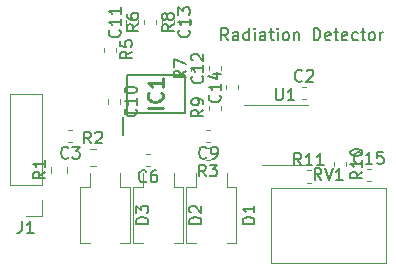
<source format=gbr>
G04 #@! TF.GenerationSoftware,KiCad,Pcbnew,5.1.5+dfsg1-2build2*
G04 #@! TF.CreationDate,2021-10-19T23:33:07+01:00*
G04 #@! TF.ProjectId,radiation_sensor,72616469-6174-4696-9f6e-5f73656e736f,rev?*
G04 #@! TF.SameCoordinates,Original*
G04 #@! TF.FileFunction,Legend,Top*
G04 #@! TF.FilePolarity,Positive*
%FSLAX46Y46*%
G04 Gerber Fmt 4.6, Leading zero omitted, Abs format (unit mm)*
G04 Created by KiCad (PCBNEW 5.1.5+dfsg1-2build2) date 2021-10-19 23:33:07*
%MOMM*%
%LPD*%
G04 APERTURE LIST*
%ADD10C,0.200000*%
%ADD11C,0.120000*%
%ADD12C,0.150000*%
%ADD13C,0.254000*%
G04 APERTURE END LIST*
D10*
X140035714Y-59202380D02*
X139702380Y-58726190D01*
X139464285Y-59202380D02*
X139464285Y-58202380D01*
X139845238Y-58202380D01*
X139940476Y-58250000D01*
X139988095Y-58297619D01*
X140035714Y-58392857D01*
X140035714Y-58535714D01*
X139988095Y-58630952D01*
X139940476Y-58678571D01*
X139845238Y-58726190D01*
X139464285Y-58726190D01*
X140892857Y-59202380D02*
X140892857Y-58678571D01*
X140845238Y-58583333D01*
X140750000Y-58535714D01*
X140559523Y-58535714D01*
X140464285Y-58583333D01*
X140892857Y-59154761D02*
X140797619Y-59202380D01*
X140559523Y-59202380D01*
X140464285Y-59154761D01*
X140416666Y-59059523D01*
X140416666Y-58964285D01*
X140464285Y-58869047D01*
X140559523Y-58821428D01*
X140797619Y-58821428D01*
X140892857Y-58773809D01*
X141797619Y-59202380D02*
X141797619Y-58202380D01*
X141797619Y-59154761D02*
X141702380Y-59202380D01*
X141511904Y-59202380D01*
X141416666Y-59154761D01*
X141369047Y-59107142D01*
X141321428Y-59011904D01*
X141321428Y-58726190D01*
X141369047Y-58630952D01*
X141416666Y-58583333D01*
X141511904Y-58535714D01*
X141702380Y-58535714D01*
X141797619Y-58583333D01*
X142273809Y-59202380D02*
X142273809Y-58535714D01*
X142273809Y-58202380D02*
X142226190Y-58250000D01*
X142273809Y-58297619D01*
X142321428Y-58250000D01*
X142273809Y-58202380D01*
X142273809Y-58297619D01*
X143178571Y-59202380D02*
X143178571Y-58678571D01*
X143130952Y-58583333D01*
X143035714Y-58535714D01*
X142845238Y-58535714D01*
X142750000Y-58583333D01*
X143178571Y-59154761D02*
X143083333Y-59202380D01*
X142845238Y-59202380D01*
X142750000Y-59154761D01*
X142702380Y-59059523D01*
X142702380Y-58964285D01*
X142750000Y-58869047D01*
X142845238Y-58821428D01*
X143083333Y-58821428D01*
X143178571Y-58773809D01*
X143511904Y-58535714D02*
X143892857Y-58535714D01*
X143654761Y-58202380D02*
X143654761Y-59059523D01*
X143702380Y-59154761D01*
X143797619Y-59202380D01*
X143892857Y-59202380D01*
X144226190Y-59202380D02*
X144226190Y-58535714D01*
X144226190Y-58202380D02*
X144178571Y-58250000D01*
X144226190Y-58297619D01*
X144273809Y-58250000D01*
X144226190Y-58202380D01*
X144226190Y-58297619D01*
X144845238Y-59202380D02*
X144750000Y-59154761D01*
X144702380Y-59107142D01*
X144654761Y-59011904D01*
X144654761Y-58726190D01*
X144702380Y-58630952D01*
X144750000Y-58583333D01*
X144845238Y-58535714D01*
X144988095Y-58535714D01*
X145083333Y-58583333D01*
X145130952Y-58630952D01*
X145178571Y-58726190D01*
X145178571Y-59011904D01*
X145130952Y-59107142D01*
X145083333Y-59154761D01*
X144988095Y-59202380D01*
X144845238Y-59202380D01*
X145607142Y-58535714D02*
X145607142Y-59202380D01*
X145607142Y-58630952D02*
X145654761Y-58583333D01*
X145750000Y-58535714D01*
X145892857Y-58535714D01*
X145988095Y-58583333D01*
X146035714Y-58678571D01*
X146035714Y-59202380D01*
X147273809Y-59202380D02*
X147273809Y-58202380D01*
X147511904Y-58202380D01*
X147654761Y-58250000D01*
X147750000Y-58345238D01*
X147797619Y-58440476D01*
X147845238Y-58630952D01*
X147845238Y-58773809D01*
X147797619Y-58964285D01*
X147750000Y-59059523D01*
X147654761Y-59154761D01*
X147511904Y-59202380D01*
X147273809Y-59202380D01*
X148654761Y-59154761D02*
X148559523Y-59202380D01*
X148369047Y-59202380D01*
X148273809Y-59154761D01*
X148226190Y-59059523D01*
X148226190Y-58678571D01*
X148273809Y-58583333D01*
X148369047Y-58535714D01*
X148559523Y-58535714D01*
X148654761Y-58583333D01*
X148702380Y-58678571D01*
X148702380Y-58773809D01*
X148226190Y-58869047D01*
X148988095Y-58535714D02*
X149369047Y-58535714D01*
X149130952Y-58202380D02*
X149130952Y-59059523D01*
X149178571Y-59154761D01*
X149273809Y-59202380D01*
X149369047Y-59202380D01*
X150083333Y-59154761D02*
X149988095Y-59202380D01*
X149797619Y-59202380D01*
X149702380Y-59154761D01*
X149654761Y-59059523D01*
X149654761Y-58678571D01*
X149702380Y-58583333D01*
X149797619Y-58535714D01*
X149988095Y-58535714D01*
X150083333Y-58583333D01*
X150130952Y-58678571D01*
X150130952Y-58773809D01*
X149654761Y-58869047D01*
X150988095Y-59154761D02*
X150892857Y-59202380D01*
X150702380Y-59202380D01*
X150607142Y-59154761D01*
X150559523Y-59107142D01*
X150511904Y-59011904D01*
X150511904Y-58726190D01*
X150559523Y-58630952D01*
X150607142Y-58583333D01*
X150702380Y-58535714D01*
X150892857Y-58535714D01*
X150988095Y-58583333D01*
X151273809Y-58535714D02*
X151654761Y-58535714D01*
X151416666Y-58202380D02*
X151416666Y-59059523D01*
X151464285Y-59154761D01*
X151559523Y-59202380D01*
X151654761Y-59202380D01*
X152130952Y-59202380D02*
X152035714Y-59154761D01*
X151988095Y-59107142D01*
X151940476Y-59011904D01*
X151940476Y-58726190D01*
X151988095Y-58630952D01*
X152035714Y-58583333D01*
X152130952Y-58535714D01*
X152273809Y-58535714D01*
X152369047Y-58583333D01*
X152416666Y-58630952D01*
X152464285Y-58726190D01*
X152464285Y-59011904D01*
X152416666Y-59107142D01*
X152369047Y-59154761D01*
X152273809Y-59202380D01*
X152130952Y-59202380D01*
X152892857Y-59202380D02*
X152892857Y-58535714D01*
X152892857Y-58726190D02*
X152940476Y-58630952D01*
X152988095Y-58583333D01*
X153083333Y-58535714D01*
X153178571Y-58535714D01*
D11*
X129890000Y-64228733D02*
X129890000Y-64571267D01*
X130910000Y-64228733D02*
X130910000Y-64571267D01*
X138462779Y-68340000D02*
X138137221Y-68340000D01*
X138462779Y-69360000D02*
X138137221Y-69360000D01*
X144825000Y-64675000D02*
X141375000Y-64675000D01*
X144825000Y-64675000D02*
X146775000Y-64675000D01*
X144825000Y-69795000D02*
X142875000Y-69795000D01*
X144825000Y-69795000D02*
X146775000Y-69795000D01*
X153395000Y-71720000D02*
X153395000Y-78060000D01*
X143625000Y-71720000D02*
X143625000Y-78060000D01*
X143625000Y-78060000D02*
X153395000Y-78060000D01*
X143625000Y-71720000D02*
X153395000Y-71720000D01*
X146678733Y-71260000D02*
X147021267Y-71260000D01*
X146678733Y-70240000D02*
X147021267Y-70240000D01*
X148990000Y-69528733D02*
X148990000Y-69871267D01*
X150010000Y-69528733D02*
X150010000Y-69871267D01*
X139410000Y-65096267D02*
X139410000Y-64753733D01*
X138390000Y-65096267D02*
X138390000Y-64753733D01*
X136910000Y-57871267D02*
X136910000Y-57528733D01*
X135890000Y-57871267D02*
X135890000Y-57528733D01*
X137910000Y-61796267D02*
X137910000Y-61453733D01*
X136890000Y-61796267D02*
X136890000Y-61453733D01*
X133910000Y-57846267D02*
X133910000Y-57503733D01*
X132890000Y-57846267D02*
X132890000Y-57503733D01*
X129490000Y-59828733D02*
X129490000Y-60171267D01*
X130510000Y-59828733D02*
X130510000Y-60171267D01*
X128313748Y-69860000D02*
X128836252Y-69860000D01*
X128313748Y-68440000D02*
X128836252Y-68440000D01*
X126410000Y-70436252D02*
X126410000Y-69913748D01*
X124990000Y-70436252D02*
X124990000Y-69913748D01*
X124230000Y-74080000D02*
X122900000Y-74080000D01*
X124230000Y-72750000D02*
X124230000Y-74080000D01*
X124230000Y-71480000D02*
X121570000Y-71480000D01*
X121570000Y-71480000D02*
X121570000Y-63800000D01*
X124230000Y-71480000D02*
X124230000Y-63800000D01*
X124230000Y-63800000D02*
X121570000Y-63800000D01*
D10*
X131112000Y-67213000D02*
X131112000Y-65688000D01*
X136347000Y-65338000D02*
X131457000Y-65338000D01*
X136347000Y-62138000D02*
X136347000Y-65338000D01*
X131457000Y-62138000D02*
X136347000Y-62138000D01*
X131457000Y-65338000D02*
X131457000Y-62138000D01*
D11*
X130910000Y-71640000D02*
X130910000Y-70460000D01*
X131710000Y-71640000D02*
X130910000Y-71640000D01*
X131710000Y-76360000D02*
X131710000Y-71640000D01*
X130910000Y-76360000D02*
X131710000Y-76360000D01*
X127490000Y-76360000D02*
X128290000Y-76360000D01*
X127490000Y-71640000D02*
X127490000Y-76360000D01*
X128290000Y-71640000D02*
X127490000Y-71640000D01*
X128290000Y-70410000D02*
X128290000Y-71640000D01*
X135410000Y-71640000D02*
X135410000Y-70460000D01*
X136210000Y-71640000D02*
X135410000Y-71640000D01*
X136210000Y-76360000D02*
X136210000Y-71640000D01*
X135410000Y-76360000D02*
X136210000Y-76360000D01*
X131990000Y-76360000D02*
X132790000Y-76360000D01*
X131990000Y-71640000D02*
X131990000Y-76360000D01*
X132790000Y-71640000D02*
X131990000Y-71640000D01*
X132790000Y-70410000D02*
X132790000Y-71640000D01*
X139910000Y-71640000D02*
X139910000Y-70460000D01*
X140710000Y-71640000D02*
X139910000Y-71640000D01*
X140710000Y-76360000D02*
X140710000Y-71640000D01*
X139910000Y-76360000D02*
X140710000Y-76360000D01*
X136490000Y-76360000D02*
X137290000Y-76360000D01*
X136490000Y-71640000D02*
X136490000Y-76360000D01*
X137290000Y-71640000D02*
X136490000Y-71640000D01*
X137290000Y-70410000D02*
X137290000Y-71640000D01*
X151753733Y-71160000D02*
X152096267Y-71160000D01*
X151753733Y-70140000D02*
X152096267Y-70140000D01*
X140885000Y-63371267D02*
X140885000Y-63028733D01*
X139865000Y-63371267D02*
X139865000Y-63028733D01*
X134390000Y-57528733D02*
X134390000Y-57871267D01*
X135410000Y-57528733D02*
X135410000Y-57871267D01*
X139410000Y-61771267D02*
X139410000Y-61428733D01*
X138390000Y-61771267D02*
X138390000Y-61428733D01*
X132410000Y-57871267D02*
X132410000Y-57528733D01*
X131390000Y-57871267D02*
X131390000Y-57528733D01*
X138521267Y-66840000D02*
X138178733Y-66840000D01*
X138521267Y-67860000D02*
X138178733Y-67860000D01*
X133421267Y-68840000D02*
X133078733Y-68840000D01*
X133421267Y-69860000D02*
X133078733Y-69860000D01*
X126846267Y-66840000D02*
X126503733Y-66840000D01*
X126846267Y-67860000D02*
X126503733Y-67860000D01*
X146278733Y-64210000D02*
X146621267Y-64210000D01*
X146278733Y-63190000D02*
X146621267Y-63190000D01*
D12*
X132187142Y-65042857D02*
X132234761Y-65090476D01*
X132282380Y-65233333D01*
X132282380Y-65328571D01*
X132234761Y-65471428D01*
X132139523Y-65566666D01*
X132044285Y-65614285D01*
X131853809Y-65661904D01*
X131710952Y-65661904D01*
X131520476Y-65614285D01*
X131425238Y-65566666D01*
X131330000Y-65471428D01*
X131282380Y-65328571D01*
X131282380Y-65233333D01*
X131330000Y-65090476D01*
X131377619Y-65042857D01*
X132282380Y-64090476D02*
X132282380Y-64661904D01*
X132282380Y-64376190D02*
X131282380Y-64376190D01*
X131425238Y-64471428D01*
X131520476Y-64566666D01*
X131568095Y-64661904D01*
X131282380Y-63471428D02*
X131282380Y-63376190D01*
X131330000Y-63280952D01*
X131377619Y-63233333D01*
X131472857Y-63185714D01*
X131663333Y-63138095D01*
X131901428Y-63138095D01*
X132091904Y-63185714D01*
X132187142Y-63233333D01*
X132234761Y-63280952D01*
X132282380Y-63376190D01*
X132282380Y-63471428D01*
X132234761Y-63566666D01*
X132187142Y-63614285D01*
X132091904Y-63661904D01*
X131901428Y-63709523D01*
X131663333Y-63709523D01*
X131472857Y-63661904D01*
X131377619Y-63614285D01*
X131330000Y-63566666D01*
X131282380Y-63471428D01*
X138133333Y-70732380D02*
X137800000Y-70256190D01*
X137561904Y-70732380D02*
X137561904Y-69732380D01*
X137942857Y-69732380D01*
X138038095Y-69780000D01*
X138085714Y-69827619D01*
X138133333Y-69922857D01*
X138133333Y-70065714D01*
X138085714Y-70160952D01*
X138038095Y-70208571D01*
X137942857Y-70256190D01*
X137561904Y-70256190D01*
X138466666Y-69732380D02*
X139085714Y-69732380D01*
X138752380Y-70113333D01*
X138895238Y-70113333D01*
X138990476Y-70160952D01*
X139038095Y-70208571D01*
X139085714Y-70303809D01*
X139085714Y-70541904D01*
X139038095Y-70637142D01*
X138990476Y-70684761D01*
X138895238Y-70732380D01*
X138609523Y-70732380D01*
X138514285Y-70684761D01*
X138466666Y-70637142D01*
X144063095Y-63287380D02*
X144063095Y-64096904D01*
X144110714Y-64192142D01*
X144158333Y-64239761D01*
X144253571Y-64287380D01*
X144444047Y-64287380D01*
X144539285Y-64239761D01*
X144586904Y-64192142D01*
X144634523Y-64096904D01*
X144634523Y-63287380D01*
X145634523Y-64287380D02*
X145063095Y-64287380D01*
X145348809Y-64287380D02*
X145348809Y-63287380D01*
X145253571Y-63430238D01*
X145158333Y-63525476D01*
X145063095Y-63573095D01*
X147914761Y-71042380D02*
X147581428Y-70566190D01*
X147343333Y-71042380D02*
X147343333Y-70042380D01*
X147724285Y-70042380D01*
X147819523Y-70090000D01*
X147867142Y-70137619D01*
X147914761Y-70232857D01*
X147914761Y-70375714D01*
X147867142Y-70470952D01*
X147819523Y-70518571D01*
X147724285Y-70566190D01*
X147343333Y-70566190D01*
X148200476Y-70042380D02*
X148533809Y-71042380D01*
X148867142Y-70042380D01*
X149724285Y-71042380D02*
X149152857Y-71042380D01*
X149438571Y-71042380D02*
X149438571Y-70042380D01*
X149343333Y-70185238D01*
X149248095Y-70280476D01*
X149152857Y-70328095D01*
X146207142Y-69772380D02*
X145873809Y-69296190D01*
X145635714Y-69772380D02*
X145635714Y-68772380D01*
X146016666Y-68772380D01*
X146111904Y-68820000D01*
X146159523Y-68867619D01*
X146207142Y-68962857D01*
X146207142Y-69105714D01*
X146159523Y-69200952D01*
X146111904Y-69248571D01*
X146016666Y-69296190D01*
X145635714Y-69296190D01*
X147159523Y-69772380D02*
X146588095Y-69772380D01*
X146873809Y-69772380D02*
X146873809Y-68772380D01*
X146778571Y-68915238D01*
X146683333Y-69010476D01*
X146588095Y-69058095D01*
X148111904Y-69772380D02*
X147540476Y-69772380D01*
X147826190Y-69772380D02*
X147826190Y-68772380D01*
X147730952Y-68915238D01*
X147635714Y-69010476D01*
X147540476Y-69058095D01*
X151382380Y-70342857D02*
X150906190Y-70676190D01*
X151382380Y-70914285D02*
X150382380Y-70914285D01*
X150382380Y-70533333D01*
X150430000Y-70438095D01*
X150477619Y-70390476D01*
X150572857Y-70342857D01*
X150715714Y-70342857D01*
X150810952Y-70390476D01*
X150858571Y-70438095D01*
X150906190Y-70533333D01*
X150906190Y-70914285D01*
X151382380Y-69390476D02*
X151382380Y-69961904D01*
X151382380Y-69676190D02*
X150382380Y-69676190D01*
X150525238Y-69771428D01*
X150620476Y-69866666D01*
X150668095Y-69961904D01*
X150382380Y-68771428D02*
X150382380Y-68676190D01*
X150430000Y-68580952D01*
X150477619Y-68533333D01*
X150572857Y-68485714D01*
X150763333Y-68438095D01*
X151001428Y-68438095D01*
X151191904Y-68485714D01*
X151287142Y-68533333D01*
X151334761Y-68580952D01*
X151382380Y-68676190D01*
X151382380Y-68771428D01*
X151334761Y-68866666D01*
X151287142Y-68914285D01*
X151191904Y-68961904D01*
X151001428Y-69009523D01*
X150763333Y-69009523D01*
X150572857Y-68961904D01*
X150477619Y-68914285D01*
X150430000Y-68866666D01*
X150382380Y-68771428D01*
X137922380Y-65091666D02*
X137446190Y-65425000D01*
X137922380Y-65663095D02*
X136922380Y-65663095D01*
X136922380Y-65282142D01*
X136970000Y-65186904D01*
X137017619Y-65139285D01*
X137112857Y-65091666D01*
X137255714Y-65091666D01*
X137350952Y-65139285D01*
X137398571Y-65186904D01*
X137446190Y-65282142D01*
X137446190Y-65663095D01*
X137922380Y-64615476D02*
X137922380Y-64425000D01*
X137874761Y-64329761D01*
X137827142Y-64282142D01*
X137684285Y-64186904D01*
X137493809Y-64139285D01*
X137112857Y-64139285D01*
X137017619Y-64186904D01*
X136970000Y-64234523D01*
X136922380Y-64329761D01*
X136922380Y-64520238D01*
X136970000Y-64615476D01*
X137017619Y-64663095D01*
X137112857Y-64710714D01*
X137350952Y-64710714D01*
X137446190Y-64663095D01*
X137493809Y-64615476D01*
X137541428Y-64520238D01*
X137541428Y-64329761D01*
X137493809Y-64234523D01*
X137446190Y-64186904D01*
X137350952Y-64139285D01*
X135422380Y-57866666D02*
X134946190Y-58200000D01*
X135422380Y-58438095D02*
X134422380Y-58438095D01*
X134422380Y-58057142D01*
X134470000Y-57961904D01*
X134517619Y-57914285D01*
X134612857Y-57866666D01*
X134755714Y-57866666D01*
X134850952Y-57914285D01*
X134898571Y-57961904D01*
X134946190Y-58057142D01*
X134946190Y-58438095D01*
X134850952Y-57295238D02*
X134803333Y-57390476D01*
X134755714Y-57438095D01*
X134660476Y-57485714D01*
X134612857Y-57485714D01*
X134517619Y-57438095D01*
X134470000Y-57390476D01*
X134422380Y-57295238D01*
X134422380Y-57104761D01*
X134470000Y-57009523D01*
X134517619Y-56961904D01*
X134612857Y-56914285D01*
X134660476Y-56914285D01*
X134755714Y-56961904D01*
X134803333Y-57009523D01*
X134850952Y-57104761D01*
X134850952Y-57295238D01*
X134898571Y-57390476D01*
X134946190Y-57438095D01*
X135041428Y-57485714D01*
X135231904Y-57485714D01*
X135327142Y-57438095D01*
X135374761Y-57390476D01*
X135422380Y-57295238D01*
X135422380Y-57104761D01*
X135374761Y-57009523D01*
X135327142Y-56961904D01*
X135231904Y-56914285D01*
X135041428Y-56914285D01*
X134946190Y-56961904D01*
X134898571Y-57009523D01*
X134850952Y-57104761D01*
X136422380Y-61791666D02*
X135946190Y-62125000D01*
X136422380Y-62363095D02*
X135422380Y-62363095D01*
X135422380Y-61982142D01*
X135470000Y-61886904D01*
X135517619Y-61839285D01*
X135612857Y-61791666D01*
X135755714Y-61791666D01*
X135850952Y-61839285D01*
X135898571Y-61886904D01*
X135946190Y-61982142D01*
X135946190Y-62363095D01*
X135422380Y-61458333D02*
X135422380Y-60791666D01*
X136422380Y-61220238D01*
X132422380Y-57841666D02*
X131946190Y-58175000D01*
X132422380Y-58413095D02*
X131422380Y-58413095D01*
X131422380Y-58032142D01*
X131470000Y-57936904D01*
X131517619Y-57889285D01*
X131612857Y-57841666D01*
X131755714Y-57841666D01*
X131850952Y-57889285D01*
X131898571Y-57936904D01*
X131946190Y-58032142D01*
X131946190Y-58413095D01*
X131422380Y-56984523D02*
X131422380Y-57175000D01*
X131470000Y-57270238D01*
X131517619Y-57317857D01*
X131660476Y-57413095D01*
X131850952Y-57460714D01*
X132231904Y-57460714D01*
X132327142Y-57413095D01*
X132374761Y-57365476D01*
X132422380Y-57270238D01*
X132422380Y-57079761D01*
X132374761Y-56984523D01*
X132327142Y-56936904D01*
X132231904Y-56889285D01*
X131993809Y-56889285D01*
X131898571Y-56936904D01*
X131850952Y-56984523D01*
X131803333Y-57079761D01*
X131803333Y-57270238D01*
X131850952Y-57365476D01*
X131898571Y-57413095D01*
X131993809Y-57460714D01*
X131882380Y-60166666D02*
X131406190Y-60500000D01*
X131882380Y-60738095D02*
X130882380Y-60738095D01*
X130882380Y-60357142D01*
X130930000Y-60261904D01*
X130977619Y-60214285D01*
X131072857Y-60166666D01*
X131215714Y-60166666D01*
X131310952Y-60214285D01*
X131358571Y-60261904D01*
X131406190Y-60357142D01*
X131406190Y-60738095D01*
X130882380Y-59261904D02*
X130882380Y-59738095D01*
X131358571Y-59785714D01*
X131310952Y-59738095D01*
X131263333Y-59642857D01*
X131263333Y-59404761D01*
X131310952Y-59309523D01*
X131358571Y-59261904D01*
X131453809Y-59214285D01*
X131691904Y-59214285D01*
X131787142Y-59261904D01*
X131834761Y-59309523D01*
X131882380Y-59404761D01*
X131882380Y-59642857D01*
X131834761Y-59738095D01*
X131787142Y-59785714D01*
X128408333Y-67952380D02*
X128075000Y-67476190D01*
X127836904Y-67952380D02*
X127836904Y-66952380D01*
X128217857Y-66952380D01*
X128313095Y-67000000D01*
X128360714Y-67047619D01*
X128408333Y-67142857D01*
X128408333Y-67285714D01*
X128360714Y-67380952D01*
X128313095Y-67428571D01*
X128217857Y-67476190D01*
X127836904Y-67476190D01*
X128789285Y-67047619D02*
X128836904Y-67000000D01*
X128932142Y-66952380D01*
X129170238Y-66952380D01*
X129265476Y-67000000D01*
X129313095Y-67047619D01*
X129360714Y-67142857D01*
X129360714Y-67238095D01*
X129313095Y-67380952D01*
X128741666Y-67952380D01*
X129360714Y-67952380D01*
X124502380Y-70341666D02*
X124026190Y-70675000D01*
X124502380Y-70913095D02*
X123502380Y-70913095D01*
X123502380Y-70532142D01*
X123550000Y-70436904D01*
X123597619Y-70389285D01*
X123692857Y-70341666D01*
X123835714Y-70341666D01*
X123930952Y-70389285D01*
X123978571Y-70436904D01*
X124026190Y-70532142D01*
X124026190Y-70913095D01*
X124502380Y-69389285D02*
X124502380Y-69960714D01*
X124502380Y-69675000D02*
X123502380Y-69675000D01*
X123645238Y-69770238D01*
X123740476Y-69865476D01*
X123788095Y-69960714D01*
X122566666Y-74532380D02*
X122566666Y-75246666D01*
X122519047Y-75389523D01*
X122423809Y-75484761D01*
X122280952Y-75532380D01*
X122185714Y-75532380D01*
X123566666Y-75532380D02*
X122995238Y-75532380D01*
X123280952Y-75532380D02*
X123280952Y-74532380D01*
X123185714Y-74675238D01*
X123090476Y-74770476D01*
X122995238Y-74818095D01*
D13*
X134476523Y-64977761D02*
X133206523Y-64977761D01*
X134355571Y-63647285D02*
X134416047Y-63707761D01*
X134476523Y-63889190D01*
X134476523Y-64010142D01*
X134416047Y-64191571D01*
X134295095Y-64312523D01*
X134174142Y-64373000D01*
X133932238Y-64433476D01*
X133750809Y-64433476D01*
X133508904Y-64373000D01*
X133387952Y-64312523D01*
X133267000Y-64191571D01*
X133206523Y-64010142D01*
X133206523Y-63889190D01*
X133267000Y-63707761D01*
X133327476Y-63647285D01*
X134476523Y-62437761D02*
X134476523Y-63163476D01*
X134476523Y-62800619D02*
X133206523Y-62800619D01*
X133387952Y-62921571D01*
X133508904Y-63042523D01*
X133569380Y-63163476D01*
D12*
X133252380Y-74748095D02*
X132252380Y-74748095D01*
X132252380Y-74510000D01*
X132300000Y-74367142D01*
X132395238Y-74271904D01*
X132490476Y-74224285D01*
X132680952Y-74176666D01*
X132823809Y-74176666D01*
X133014285Y-74224285D01*
X133109523Y-74271904D01*
X133204761Y-74367142D01*
X133252380Y-74510000D01*
X133252380Y-74748095D01*
X132252380Y-73843333D02*
X132252380Y-73224285D01*
X132633333Y-73557619D01*
X132633333Y-73414761D01*
X132680952Y-73319523D01*
X132728571Y-73271904D01*
X132823809Y-73224285D01*
X133061904Y-73224285D01*
X133157142Y-73271904D01*
X133204761Y-73319523D01*
X133252380Y-73414761D01*
X133252380Y-73700476D01*
X133204761Y-73795714D01*
X133157142Y-73843333D01*
X137752380Y-74748095D02*
X136752380Y-74748095D01*
X136752380Y-74510000D01*
X136800000Y-74367142D01*
X136895238Y-74271904D01*
X136990476Y-74224285D01*
X137180952Y-74176666D01*
X137323809Y-74176666D01*
X137514285Y-74224285D01*
X137609523Y-74271904D01*
X137704761Y-74367142D01*
X137752380Y-74510000D01*
X137752380Y-74748095D01*
X136847619Y-73795714D02*
X136800000Y-73748095D01*
X136752380Y-73652857D01*
X136752380Y-73414761D01*
X136800000Y-73319523D01*
X136847619Y-73271904D01*
X136942857Y-73224285D01*
X137038095Y-73224285D01*
X137180952Y-73271904D01*
X137752380Y-73843333D01*
X137752380Y-73224285D01*
X142252380Y-74748095D02*
X141252380Y-74748095D01*
X141252380Y-74510000D01*
X141300000Y-74367142D01*
X141395238Y-74271904D01*
X141490476Y-74224285D01*
X141680952Y-74176666D01*
X141823809Y-74176666D01*
X142014285Y-74224285D01*
X142109523Y-74271904D01*
X142204761Y-74367142D01*
X142252380Y-74510000D01*
X142252380Y-74748095D01*
X142252380Y-73224285D02*
X142252380Y-73795714D01*
X142252380Y-73510000D02*
X141252380Y-73510000D01*
X141395238Y-73605238D01*
X141490476Y-73700476D01*
X141538095Y-73795714D01*
X151282142Y-69577142D02*
X151234523Y-69624761D01*
X151091666Y-69672380D01*
X150996428Y-69672380D01*
X150853571Y-69624761D01*
X150758333Y-69529523D01*
X150710714Y-69434285D01*
X150663095Y-69243809D01*
X150663095Y-69100952D01*
X150710714Y-68910476D01*
X150758333Y-68815238D01*
X150853571Y-68720000D01*
X150996428Y-68672380D01*
X151091666Y-68672380D01*
X151234523Y-68720000D01*
X151282142Y-68767619D01*
X152234523Y-69672380D02*
X151663095Y-69672380D01*
X151948809Y-69672380D02*
X151948809Y-68672380D01*
X151853571Y-68815238D01*
X151758333Y-68910476D01*
X151663095Y-68958095D01*
X153139285Y-68672380D02*
X152663095Y-68672380D01*
X152615476Y-69148571D01*
X152663095Y-69100952D01*
X152758333Y-69053333D01*
X152996428Y-69053333D01*
X153091666Y-69100952D01*
X153139285Y-69148571D01*
X153186904Y-69243809D01*
X153186904Y-69481904D01*
X153139285Y-69577142D01*
X153091666Y-69624761D01*
X152996428Y-69672380D01*
X152758333Y-69672380D01*
X152663095Y-69624761D01*
X152615476Y-69577142D01*
X139302142Y-63842857D02*
X139349761Y-63890476D01*
X139397380Y-64033333D01*
X139397380Y-64128571D01*
X139349761Y-64271428D01*
X139254523Y-64366666D01*
X139159285Y-64414285D01*
X138968809Y-64461904D01*
X138825952Y-64461904D01*
X138635476Y-64414285D01*
X138540238Y-64366666D01*
X138445000Y-64271428D01*
X138397380Y-64128571D01*
X138397380Y-64033333D01*
X138445000Y-63890476D01*
X138492619Y-63842857D01*
X139397380Y-62890476D02*
X139397380Y-63461904D01*
X139397380Y-63176190D02*
X138397380Y-63176190D01*
X138540238Y-63271428D01*
X138635476Y-63366666D01*
X138683095Y-63461904D01*
X138730714Y-62033333D02*
X139397380Y-62033333D01*
X138349761Y-62271428D02*
X139064047Y-62509523D01*
X139064047Y-61890476D01*
X136687142Y-58342857D02*
X136734761Y-58390476D01*
X136782380Y-58533333D01*
X136782380Y-58628571D01*
X136734761Y-58771428D01*
X136639523Y-58866666D01*
X136544285Y-58914285D01*
X136353809Y-58961904D01*
X136210952Y-58961904D01*
X136020476Y-58914285D01*
X135925238Y-58866666D01*
X135830000Y-58771428D01*
X135782380Y-58628571D01*
X135782380Y-58533333D01*
X135830000Y-58390476D01*
X135877619Y-58342857D01*
X136782380Y-57390476D02*
X136782380Y-57961904D01*
X136782380Y-57676190D02*
X135782380Y-57676190D01*
X135925238Y-57771428D01*
X136020476Y-57866666D01*
X136068095Y-57961904D01*
X135782380Y-57057142D02*
X135782380Y-56438095D01*
X136163333Y-56771428D01*
X136163333Y-56628571D01*
X136210952Y-56533333D01*
X136258571Y-56485714D01*
X136353809Y-56438095D01*
X136591904Y-56438095D01*
X136687142Y-56485714D01*
X136734761Y-56533333D01*
X136782380Y-56628571D01*
X136782380Y-56914285D01*
X136734761Y-57009523D01*
X136687142Y-57057142D01*
X137827142Y-62242857D02*
X137874761Y-62290476D01*
X137922380Y-62433333D01*
X137922380Y-62528571D01*
X137874761Y-62671428D01*
X137779523Y-62766666D01*
X137684285Y-62814285D01*
X137493809Y-62861904D01*
X137350952Y-62861904D01*
X137160476Y-62814285D01*
X137065238Y-62766666D01*
X136970000Y-62671428D01*
X136922380Y-62528571D01*
X136922380Y-62433333D01*
X136970000Y-62290476D01*
X137017619Y-62242857D01*
X137922380Y-61290476D02*
X137922380Y-61861904D01*
X137922380Y-61576190D02*
X136922380Y-61576190D01*
X137065238Y-61671428D01*
X137160476Y-61766666D01*
X137208095Y-61861904D01*
X137017619Y-60909523D02*
X136970000Y-60861904D01*
X136922380Y-60766666D01*
X136922380Y-60528571D01*
X136970000Y-60433333D01*
X137017619Y-60385714D01*
X137112857Y-60338095D01*
X137208095Y-60338095D01*
X137350952Y-60385714D01*
X137922380Y-60957142D01*
X137922380Y-60338095D01*
X130827142Y-58342857D02*
X130874761Y-58390476D01*
X130922380Y-58533333D01*
X130922380Y-58628571D01*
X130874761Y-58771428D01*
X130779523Y-58866666D01*
X130684285Y-58914285D01*
X130493809Y-58961904D01*
X130350952Y-58961904D01*
X130160476Y-58914285D01*
X130065238Y-58866666D01*
X129970000Y-58771428D01*
X129922380Y-58628571D01*
X129922380Y-58533333D01*
X129970000Y-58390476D01*
X130017619Y-58342857D01*
X130922380Y-57390476D02*
X130922380Y-57961904D01*
X130922380Y-57676190D02*
X129922380Y-57676190D01*
X130065238Y-57771428D01*
X130160476Y-57866666D01*
X130208095Y-57961904D01*
X130922380Y-56438095D02*
X130922380Y-57009523D01*
X130922380Y-56723809D02*
X129922380Y-56723809D01*
X130065238Y-56819047D01*
X130160476Y-56914285D01*
X130208095Y-57009523D01*
X138183333Y-69137142D02*
X138135714Y-69184761D01*
X137992857Y-69232380D01*
X137897619Y-69232380D01*
X137754761Y-69184761D01*
X137659523Y-69089523D01*
X137611904Y-68994285D01*
X137564285Y-68803809D01*
X137564285Y-68660952D01*
X137611904Y-68470476D01*
X137659523Y-68375238D01*
X137754761Y-68280000D01*
X137897619Y-68232380D01*
X137992857Y-68232380D01*
X138135714Y-68280000D01*
X138183333Y-68327619D01*
X138659523Y-69232380D02*
X138850000Y-69232380D01*
X138945238Y-69184761D01*
X138992857Y-69137142D01*
X139088095Y-68994285D01*
X139135714Y-68803809D01*
X139135714Y-68422857D01*
X139088095Y-68327619D01*
X139040476Y-68280000D01*
X138945238Y-68232380D01*
X138754761Y-68232380D01*
X138659523Y-68280000D01*
X138611904Y-68327619D01*
X138564285Y-68422857D01*
X138564285Y-68660952D01*
X138611904Y-68756190D01*
X138659523Y-68803809D01*
X138754761Y-68851428D01*
X138945238Y-68851428D01*
X139040476Y-68803809D01*
X139088095Y-68756190D01*
X139135714Y-68660952D01*
X133083333Y-71137142D02*
X133035714Y-71184761D01*
X132892857Y-71232380D01*
X132797619Y-71232380D01*
X132654761Y-71184761D01*
X132559523Y-71089523D01*
X132511904Y-70994285D01*
X132464285Y-70803809D01*
X132464285Y-70660952D01*
X132511904Y-70470476D01*
X132559523Y-70375238D01*
X132654761Y-70280000D01*
X132797619Y-70232380D01*
X132892857Y-70232380D01*
X133035714Y-70280000D01*
X133083333Y-70327619D01*
X133940476Y-70232380D02*
X133750000Y-70232380D01*
X133654761Y-70280000D01*
X133607142Y-70327619D01*
X133511904Y-70470476D01*
X133464285Y-70660952D01*
X133464285Y-71041904D01*
X133511904Y-71137142D01*
X133559523Y-71184761D01*
X133654761Y-71232380D01*
X133845238Y-71232380D01*
X133940476Y-71184761D01*
X133988095Y-71137142D01*
X134035714Y-71041904D01*
X134035714Y-70803809D01*
X133988095Y-70708571D01*
X133940476Y-70660952D01*
X133845238Y-70613333D01*
X133654761Y-70613333D01*
X133559523Y-70660952D01*
X133511904Y-70708571D01*
X133464285Y-70803809D01*
X126508333Y-69137142D02*
X126460714Y-69184761D01*
X126317857Y-69232380D01*
X126222619Y-69232380D01*
X126079761Y-69184761D01*
X125984523Y-69089523D01*
X125936904Y-68994285D01*
X125889285Y-68803809D01*
X125889285Y-68660952D01*
X125936904Y-68470476D01*
X125984523Y-68375238D01*
X126079761Y-68280000D01*
X126222619Y-68232380D01*
X126317857Y-68232380D01*
X126460714Y-68280000D01*
X126508333Y-68327619D01*
X126841666Y-68232380D02*
X127460714Y-68232380D01*
X127127380Y-68613333D01*
X127270238Y-68613333D01*
X127365476Y-68660952D01*
X127413095Y-68708571D01*
X127460714Y-68803809D01*
X127460714Y-69041904D01*
X127413095Y-69137142D01*
X127365476Y-69184761D01*
X127270238Y-69232380D01*
X126984523Y-69232380D01*
X126889285Y-69184761D01*
X126841666Y-69137142D01*
X146283333Y-62627142D02*
X146235714Y-62674761D01*
X146092857Y-62722380D01*
X145997619Y-62722380D01*
X145854761Y-62674761D01*
X145759523Y-62579523D01*
X145711904Y-62484285D01*
X145664285Y-62293809D01*
X145664285Y-62150952D01*
X145711904Y-61960476D01*
X145759523Y-61865238D01*
X145854761Y-61770000D01*
X145997619Y-61722380D01*
X146092857Y-61722380D01*
X146235714Y-61770000D01*
X146283333Y-61817619D01*
X146664285Y-61817619D02*
X146711904Y-61770000D01*
X146807142Y-61722380D01*
X147045238Y-61722380D01*
X147140476Y-61770000D01*
X147188095Y-61817619D01*
X147235714Y-61912857D01*
X147235714Y-62008095D01*
X147188095Y-62150952D01*
X146616666Y-62722380D01*
X147235714Y-62722380D01*
M02*

</source>
